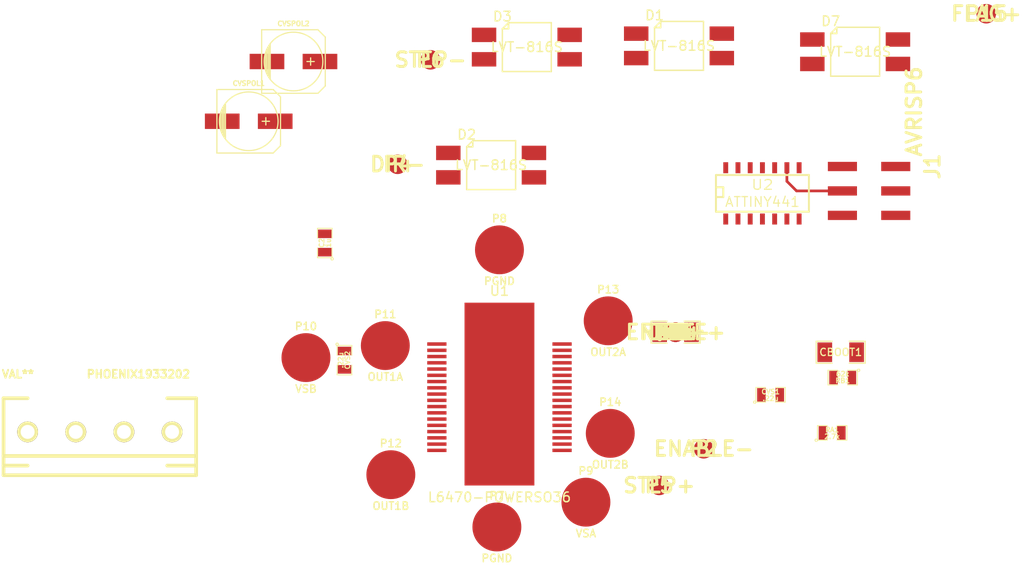
<source format=kicad_pcb>
(kicad_pcb (version 3) (host pcbnew "(2013-jul-07)-stable")

  (general
    (links 85)
    (no_connects 79)
    (area 64.977342 15.5956 151.223133 74.2291)
    (thickness 1.6)
    (drawings 0)
    (tracks 3)
    (zones 0)
    (modules 42)
    (nets 36)
  )

  (page A3)
  (layers
    (15 F.Cu signal)
    (0 B.Cu signal)
    (16 B.Adhes user)
    (17 F.Adhes user)
    (18 B.Paste user)
    (19 F.Paste user)
    (20 B.SilkS user)
    (21 F.SilkS user)
    (22 B.Mask user)
    (23 F.Mask user)
    (24 Dwgs.User user)
    (25 Cmts.User user)
    (26 Eco1.User user)
    (27 Eco2.User user)
    (28 Edge.Cuts user)
  )

  (setup
    (last_trace_width 0.2794)
    (trace_clearance 0.2794)
    (zone_clearance 0.508)
    (zone_45_only no)
    (trace_min 0.254)
    (segment_width 0.2)
    (edge_width 0.1)
    (via_size 0.889)
    (via_drill 0.635)
    (via_min_size 0.889)
    (via_min_drill 0.508)
    (uvia_size 0.508)
    (uvia_drill 0.127)
    (uvias_allowed no)
    (uvia_min_size 0.508)
    (uvia_min_drill 0.127)
    (pcb_text_width 0.3)
    (pcb_text_size 1.5 1.5)
    (mod_edge_width 0.15)
    (mod_text_size 1 1)
    (mod_text_width 0.15)
    (pad_size 2.159 2.159)
    (pad_drill 1.4478)
    (pad_to_mask_clearance 0)
    (aux_axis_origin 0 0)
    (visible_elements FFFFFFBF)
    (pcbplotparams
      (layerselection 3178497)
      (usegerberextensions true)
      (excludeedgelayer true)
      (linewidth 0.150000)
      (plotframeref false)
      (viasonmask false)
      (mode 1)
      (useauxorigin false)
      (hpglpennumber 1)
      (hpglpenspeed 20)
      (hpglpendiameter 15)
      (hpglpenoverlay 2)
      (psnegative false)
      (psa4output false)
      (plotreference true)
      (plotvalue true)
      (plotothertext true)
      (plotinvisibletext false)
      (padsonsilk false)
      (subtractmaskfromsilk false)
      (outputformat 1)
      (mirror false)
      (drillshape 1)
      (scaleselection 1)
      (outputdirectory ""))
  )

  (net 0 "")
  (net 1 +5V)
  (net 2 ADC)
  (net 3 CK)
  (net 4 CS)
  (net 5 DIRIN)
  (net 6 FLAG)
  (net 7 N-0000010)
  (net 8 N-0000011)
  (net 9 N-0000012)
  (net 10 N-0000014)
  (net 11 N-0000015)
  (net 12 N-0000017)
  (net 13 N-0000020)
  (net 14 N-0000022)
  (net 15 N-0000023)
  (net 16 N-0000024)
  (net 17 N-0000029)
  (net 18 N-000003)
  (net 19 N-0000030)
  (net 20 N-0000031)
  (net 21 N-0000033)
  (net 22 N-0000035)
  (net 23 N-0000036)
  (net 24 N-0000037)
  (net 25 N-000008)
  (net 26 N-000009)
  (net 27 PGND)
  (net 28 RST)
  (net 29 SDI)
  (net 30 SDO)
  (net 31 STEP)
  (net 32 STEPIN)
  (net 33 SW)
  (net 34 VDD)
  (net 35 VSA)

  (net_class Default "This is the default net class."
    (clearance 0.2794)
    (trace_width 0.2794)
    (via_dia 0.889)
    (via_drill 0.635)
    (uvia_dia 0.508)
    (uvia_drill 0.127)
    (add_net "")
    (add_net +5V)
    (add_net ADC)
    (add_net CK)
    (add_net CS)
    (add_net DIRIN)
    (add_net FLAG)
    (add_net N-0000010)
    (add_net N-0000011)
    (add_net N-0000012)
    (add_net N-0000014)
    (add_net N-0000015)
    (add_net N-0000017)
    (add_net N-0000020)
    (add_net N-0000022)
    (add_net N-0000023)
    (add_net N-0000024)
    (add_net N-0000029)
    (add_net N-000003)
    (add_net N-0000030)
    (add_net N-0000031)
    (add_net N-0000033)
    (add_net N-0000035)
    (add_net N-0000036)
    (add_net N-0000037)
    (add_net N-000008)
    (add_net N-000009)
    (add_net PGND)
    (add_net RST)
    (add_net SDI)
    (add_net SDO)
    (add_net STEP)
    (add_net STEPIN)
    (add_net SW)
    (add_net VDD)
    (add_net VSA)
  )

  (module SM1206 (layer F.Cu) (tedit 42806E24) (tstamp 55F1BF6B)
    (at 114.3 49.9872)
    (path /55F1250E)
    (attr smd)
    (fp_text reference CFLY1 (at 0 0) (layer F.SilkS)
      (effects (font (size 0.762 0.762) (thickness 0.127)))
    )
    (fp_text value 10n (at 0 0) (layer F.SilkS) hide
      (effects (font (size 0.762 0.762) (thickness 0.127)))
    )
    (fp_line (start -2.54 -1.143) (end -2.54 1.143) (layer F.SilkS) (width 0.127))
    (fp_line (start -2.54 1.143) (end -0.889 1.143) (layer F.SilkS) (width 0.127))
    (fp_line (start 0.889 -1.143) (end 2.54 -1.143) (layer F.SilkS) (width 0.127))
    (fp_line (start 2.54 -1.143) (end 2.54 1.143) (layer F.SilkS) (width 0.127))
    (fp_line (start 2.54 1.143) (end 0.889 1.143) (layer F.SilkS) (width 0.127))
    (fp_line (start -0.889 -1.143) (end -2.54 -1.143) (layer F.SilkS) (width 0.127))
    (pad 1 smd rect (at -1.651 0) (size 1.524 2.032)
      (layers F.Cu F.Paste F.Mask)
      (net 25 N-000008)
    )
    (pad 2 smd rect (at 1.651 0) (size 1.524 2.032)
      (layers F.Cu F.Paste F.Mask)
      (net 26 N-000009)
    )
    (model smd/chip_cms.wrl
      (at (xyz 0 0 0))
      (scale (xyz 0.17 0.16 0.16))
      (rotate (xyz 0 0 0))
    )
  )

  (module SM1206 (layer F.Cu) (tedit 42806E24) (tstamp 55F1BF77)
    (at 131.445 52.07)
    (path /55F12568)
    (attr smd)
    (fp_text reference CBOOT1 (at 0 0) (layer F.SilkS)
      (effects (font (size 0.762 0.762) (thickness 0.127)))
    )
    (fp_text value .22u (at 0 0) (layer F.SilkS) hide
      (effects (font (size 0.762 0.762) (thickness 0.127)))
    )
    (fp_line (start -2.54 -1.143) (end -2.54 1.143) (layer F.SilkS) (width 0.127))
    (fp_line (start -2.54 1.143) (end -0.889 1.143) (layer F.SilkS) (width 0.127))
    (fp_line (start 0.889 -1.143) (end 2.54 -1.143) (layer F.SilkS) (width 0.127))
    (fp_line (start 2.54 -1.143) (end 2.54 1.143) (layer F.SilkS) (width 0.127))
    (fp_line (start 2.54 1.143) (end 0.889 1.143) (layer F.SilkS) (width 0.127))
    (fp_line (start -0.889 -1.143) (end -2.54 -1.143) (layer F.SilkS) (width 0.127))
    (pad 1 smd rect (at -1.651 0) (size 1.524 2.032)
      (layers F.Cu F.Paste F.Mask)
      (net 35 VSA)
    )
    (pad 2 smd rect (at 1.651 0) (size 1.524 2.032)
      (layers F.Cu F.Paste F.Mask)
      (net 18 N-000003)
    )
    (model smd/chip_cms.wrl
      (at (xyz 0 0 0))
      (scale (xyz 0.17 0.16 0.16))
      (rotate (xyz 0 0 0))
    )
  )

  (module SM0805 (layer F.Cu) (tedit 5091495C) (tstamp 55F1BF84)
    (at 114.3 49.9872)
    (path /55F1BBF7)
    (attr smd)
    (fp_text reference D6 (at 0 -0.3175) (layer F.SilkS)
      (effects (font (size 0.50038 0.50038) (thickness 0.10922)))
    )
    (fp_text value RED (at 0 0.381) (layer F.SilkS)
      (effects (font (size 0.50038 0.50038) (thickness 0.10922)))
    )
    (fp_circle (center -1.651 0.762) (end -1.651 0.635) (layer F.SilkS) (width 0.09906))
    (fp_line (start -0.508 0.762) (end -1.524 0.762) (layer F.SilkS) (width 0.09906))
    (fp_line (start -1.524 0.762) (end -1.524 -0.762) (layer F.SilkS) (width 0.09906))
    (fp_line (start -1.524 -0.762) (end -0.508 -0.762) (layer F.SilkS) (width 0.09906))
    (fp_line (start 0.508 -0.762) (end 1.524 -0.762) (layer F.SilkS) (width 0.09906))
    (fp_line (start 1.524 -0.762) (end 1.524 0.762) (layer F.SilkS) (width 0.09906))
    (fp_line (start 1.524 0.762) (end 0.508 0.762) (layer F.SilkS) (width 0.09906))
    (pad 1 smd rect (at -0.9525 0) (size 0.889 1.397)
      (layers F.Cu F.Paste F.Mask)
      (net 1 +5V)
    )
    (pad 2 smd rect (at 0.9525 0) (size 0.889 1.397)
      (layers F.Cu F.Paste F.Mask)
      (net 34 VDD)
    )
    (model smd/chip_cms.wrl
      (at (xyz 0 0 0))
      (scale (xyz 0.1 0.1 0.1))
      (rotate (xyz 0 0 0))
    )
  )

  (module SM0805 (layer F.Cu) (tedit 5091495C) (tstamp 55F1BF91)
    (at 114.3 49.9872)
    (path /55F1278F)
    (attr smd)
    (fp_text reference D5 (at 0 -0.3175) (layer F.SilkS)
      (effects (font (size 0.50038 0.50038) (thickness 0.10922)))
    )
    (fp_text value DIODESCH (at 0 0.381) (layer F.SilkS)
      (effects (font (size 0.50038 0.50038) (thickness 0.10922)))
    )
    (fp_circle (center -1.651 0.762) (end -1.651 0.635) (layer F.SilkS) (width 0.09906))
    (fp_line (start -0.508 0.762) (end -1.524 0.762) (layer F.SilkS) (width 0.09906))
    (fp_line (start -1.524 0.762) (end -1.524 -0.762) (layer F.SilkS) (width 0.09906))
    (fp_line (start -1.524 -0.762) (end -0.508 -0.762) (layer F.SilkS) (width 0.09906))
    (fp_line (start 0.508 -0.762) (end 1.524 -0.762) (layer F.SilkS) (width 0.09906))
    (fp_line (start 1.524 -0.762) (end 1.524 0.762) (layer F.SilkS) (width 0.09906))
    (fp_line (start 1.524 0.762) (end 0.508 0.762) (layer F.SilkS) (width 0.09906))
    (pad 1 smd rect (at -0.9525 0) (size 0.889 1.397)
      (layers F.Cu F.Paste F.Mask)
      (net 25 N-000008)
    )
    (pad 2 smd rect (at 0.9525 0) (size 0.889 1.397)
      (layers F.Cu F.Paste F.Mask)
      (net 18 N-000003)
    )
    (model smd/chip_cms.wrl
      (at (xyz 0 0 0))
      (scale (xyz 0.1 0.1 0.1))
      (rotate (xyz 0 0 0))
    )
  )

  (module SM0805 (layer F.Cu) (tedit 5091495C) (tstamp 55F1BF9E)
    (at 114.3 49.9872)
    (path /55F12287)
    (attr smd)
    (fp_text reference C1 (at 0 -0.3175) (layer F.SilkS)
      (effects (font (size 0.50038 0.50038) (thickness 0.10922)))
    )
    (fp_text value .1u (at 0 0.381) (layer F.SilkS)
      (effects (font (size 0.50038 0.50038) (thickness 0.10922)))
    )
    (fp_circle (center -1.651 0.762) (end -1.651 0.635) (layer F.SilkS) (width 0.09906))
    (fp_line (start -0.508 0.762) (end -1.524 0.762) (layer F.SilkS) (width 0.09906))
    (fp_line (start -1.524 0.762) (end -1.524 -0.762) (layer F.SilkS) (width 0.09906))
    (fp_line (start -1.524 -0.762) (end -0.508 -0.762) (layer F.SilkS) (width 0.09906))
    (fp_line (start 0.508 -0.762) (end 1.524 -0.762) (layer F.SilkS) (width 0.09906))
    (fp_line (start 1.524 -0.762) (end 1.524 0.762) (layer F.SilkS) (width 0.09906))
    (fp_line (start 1.524 0.762) (end 0.508 0.762) (layer F.SilkS) (width 0.09906))
    (pad 1 smd rect (at -0.9525 0) (size 0.889 1.397)
      (layers F.Cu F.Paste F.Mask)
      (net 34 VDD)
    )
    (pad 2 smd rect (at 0.9525 0) (size 0.889 1.397)
      (layers F.Cu F.Paste F.Mask)
      (net 27 PGND)
    )
    (model smd/chip_cms.wrl
      (at (xyz 0 0 0))
      (scale (xyz 0.1 0.1 0.1))
      (rotate (xyz 0 0 0))
    )
  )

  (module SM0805 (layer F.Cu) (tedit 5091495C) (tstamp 55F1BFAB)
    (at 77.8764 40.7162 90)
    (path /55F122A0)
    (attr smd)
    (fp_text reference C2 (at 0 -0.3175 90) (layer F.SilkS)
      (effects (font (size 0.50038 0.50038) (thickness 0.10922)))
    )
    (fp_text value 1u (at 0 0.381 90) (layer F.SilkS)
      (effects (font (size 0.50038 0.50038) (thickness 0.10922)))
    )
    (fp_circle (center -1.651 0.762) (end -1.651 0.635) (layer F.SilkS) (width 0.09906))
    (fp_line (start -0.508 0.762) (end -1.524 0.762) (layer F.SilkS) (width 0.09906))
    (fp_line (start -1.524 0.762) (end -1.524 -0.762) (layer F.SilkS) (width 0.09906))
    (fp_line (start -1.524 -0.762) (end -0.508 -0.762) (layer F.SilkS) (width 0.09906))
    (fp_line (start 0.508 -0.762) (end 1.524 -0.762) (layer F.SilkS) (width 0.09906))
    (fp_line (start 1.524 -0.762) (end 1.524 0.762) (layer F.SilkS) (width 0.09906))
    (fp_line (start 1.524 0.762) (end 0.508 0.762) (layer F.SilkS) (width 0.09906))
    (pad 1 smd rect (at -0.9525 0 90) (size 0.889 1.397)
      (layers F.Cu F.Paste F.Mask)
      (net 34 VDD)
    )
    (pad 2 smd rect (at 0.9525 0 90) (size 0.889 1.397)
      (layers F.Cu F.Paste F.Mask)
      (net 27 PGND)
    )
    (model smd/chip_cms.wrl
      (at (xyz 0 0 0))
      (scale (xyz 0.1 0.1 0.1))
      (rotate (xyz 0 0 0))
    )
  )

  (module SM0805 (layer F.Cu) (tedit 5091495C) (tstamp 55F1BFB8)
    (at 114.3 49.9872)
    (path /55F122A6)
    (attr smd)
    (fp_text reference C3 (at 0 -0.3175) (layer F.SilkS)
      (effects (font (size 0.50038 0.50038) (thickness 0.10922)))
    )
    (fp_text value 10u (at 0 0.381) (layer F.SilkS)
      (effects (font (size 0.50038 0.50038) (thickness 0.10922)))
    )
    (fp_circle (center -1.651 0.762) (end -1.651 0.635) (layer F.SilkS) (width 0.09906))
    (fp_line (start -0.508 0.762) (end -1.524 0.762) (layer F.SilkS) (width 0.09906))
    (fp_line (start -1.524 0.762) (end -1.524 -0.762) (layer F.SilkS) (width 0.09906))
    (fp_line (start -1.524 -0.762) (end -0.508 -0.762) (layer F.SilkS) (width 0.09906))
    (fp_line (start 0.508 -0.762) (end 1.524 -0.762) (layer F.SilkS) (width 0.09906))
    (fp_line (start 1.524 -0.762) (end 1.524 0.762) (layer F.SilkS) (width 0.09906))
    (fp_line (start 1.524 0.762) (end 0.508 0.762) (layer F.SilkS) (width 0.09906))
    (pad 1 smd rect (at -0.9525 0) (size 0.889 1.397)
      (layers F.Cu F.Paste F.Mask)
      (net 34 VDD)
    )
    (pad 2 smd rect (at 0.9525 0) (size 0.889 1.397)
      (layers F.Cu F.Paste F.Mask)
      (net 27 PGND)
    )
    (model smd/chip_cms.wrl
      (at (xyz 0 0 0))
      (scale (xyz 0.1 0.1 0.1))
      (rotate (xyz 0 0 0))
    )
  )

  (module SM0805 (layer F.Cu) (tedit 5091495C) (tstamp 55F1BFC5)
    (at 114.3 49.9872)
    (path /55F12693)
    (attr smd)
    (fp_text reference D4 (at 0 -0.3175) (layer F.SilkS)
      (effects (font (size 0.50038 0.50038) (thickness 0.10922)))
    )
    (fp_text value DIODESCH (at 0 0.381) (layer F.SilkS)
      (effects (font (size 0.50038 0.50038) (thickness 0.10922)))
    )
    (fp_circle (center -1.651 0.762) (end -1.651 0.635) (layer F.SilkS) (width 0.09906))
    (fp_line (start -0.508 0.762) (end -1.524 0.762) (layer F.SilkS) (width 0.09906))
    (fp_line (start -1.524 0.762) (end -1.524 -0.762) (layer F.SilkS) (width 0.09906))
    (fp_line (start -1.524 -0.762) (end -0.508 -0.762) (layer F.SilkS) (width 0.09906))
    (fp_line (start 0.508 -0.762) (end 1.524 -0.762) (layer F.SilkS) (width 0.09906))
    (fp_line (start 1.524 -0.762) (end 1.524 0.762) (layer F.SilkS) (width 0.09906))
    (fp_line (start 1.524 0.762) (end 0.508 0.762) (layer F.SilkS) (width 0.09906))
    (pad 1 smd rect (at -0.9525 0) (size 0.889 1.397)
      (layers F.Cu F.Paste F.Mask)
      (net 35 VSA)
    )
    (pad 2 smd rect (at 0.9525 0) (size 0.889 1.397)
      (layers F.Cu F.Paste F.Mask)
      (net 25 N-000008)
    )
    (model smd/chip_cms.wrl
      (at (xyz 0 0 0))
      (scale (xyz 0.1 0.1 0.1))
      (rotate (xyz 0 0 0))
    )
  )

  (module 4-SMD (layer F.Cu) (tedit 53A13168) (tstamp 55F1BFD6)
    (at 98.8568 20.3581)
    (path /55F1CD4D)
    (fp_text reference D3 (at -2.54 -3.175) (layer F.SilkS)
      (effects (font (size 1 1) (thickness 0.15)))
    )
    (fp_text value LVT-816S (at 0 0) (layer F.SilkS)
      (effects (font (size 1 1) (thickness 0.15)))
    )
    (fp_line (start -1.905 -1.905) (end -1.905 -2.54) (layer F.SilkS) (width 0.15))
    (fp_line (start -1.905 -2.54) (end -1.905 -1.905) (layer F.SilkS) (width 0.15))
    (fp_line (start -1.905 -1.905) (end -2.54 -1.905) (layer F.SilkS) (width 0.15))
    (fp_line (start -2.54 -1.905) (end -1.905 -1.905) (layer F.SilkS) (width 0.15))
    (fp_line (start -2.54 -1.905) (end -1.905 -2.54) (layer F.SilkS) (width 0.15))
    (fp_line (start -1.905 -2.54) (end 2.54 -2.54) (layer F.SilkS) (width 0.15))
    (fp_line (start 2.54 -2.54) (end 2.54 2.54) (layer F.SilkS) (width 0.15))
    (fp_line (start 2.54 2.54) (end -2.54 2.54) (layer F.SilkS) (width 0.15))
    (fp_line (start -2.54 2.54) (end -2.54 -1.905) (layer F.SilkS) (width 0.15))
    (pad 1 smd rect (at -4.445 -1.27) (size 2.54 1.5)
      (layers F.Cu F.Paste F.Mask)
      (net 9 N-0000012)
    )
    (pad 2 smd rect (at -4.445 1.27) (size 2.54 1.5)
      (layers F.Cu F.Paste F.Mask)
      (net 8 N-0000011)
    )
    (pad 3 smd rect (at 4.445 1.27) (size 2.54 1.5)
      (layers F.Cu F.Paste F.Mask)
      (net 27 PGND)
    )
    (pad 4 smd rect (at 4.445 -1.27) (size 2.54 1.5)
      (layers F.Cu F.Paste F.Mask)
      (net 32 STEPIN)
    )
  )

  (module 4-SMD (layer F.Cu) (tedit 53A13168) (tstamp 55F1BFE7)
    (at 114.6556 20.2311)
    (path /55F1CD28)
    (fp_text reference D1 (at -2.54 -3.175) (layer F.SilkS)
      (effects (font (size 1 1) (thickness 0.15)))
    )
    (fp_text value LVT-816S (at 0 0) (layer F.SilkS)
      (effects (font (size 1 1) (thickness 0.15)))
    )
    (fp_line (start -1.905 -1.905) (end -1.905 -2.54) (layer F.SilkS) (width 0.15))
    (fp_line (start -1.905 -2.54) (end -1.905 -1.905) (layer F.SilkS) (width 0.15))
    (fp_line (start -1.905 -1.905) (end -2.54 -1.905) (layer F.SilkS) (width 0.15))
    (fp_line (start -2.54 -1.905) (end -1.905 -1.905) (layer F.SilkS) (width 0.15))
    (fp_line (start -2.54 -1.905) (end -1.905 -2.54) (layer F.SilkS) (width 0.15))
    (fp_line (start -1.905 -2.54) (end 2.54 -2.54) (layer F.SilkS) (width 0.15))
    (fp_line (start 2.54 -2.54) (end 2.54 2.54) (layer F.SilkS) (width 0.15))
    (fp_line (start 2.54 2.54) (end -2.54 2.54) (layer F.SilkS) (width 0.15))
    (fp_line (start -2.54 2.54) (end -2.54 -1.905) (layer F.SilkS) (width 0.15))
    (pad 1 smd rect (at -4.445 -1.27) (size 2.54 1.5)
      (layers F.Cu F.Paste F.Mask)
      (net 11 N-0000015)
    )
    (pad 2 smd rect (at -4.445 1.27) (size 2.54 1.5)
      (layers F.Cu F.Paste F.Mask)
      (net 10 N-0000014)
    )
    (pad 3 smd rect (at 4.445 1.27) (size 2.54 1.5)
      (layers F.Cu F.Paste F.Mask)
      (net 27 PGND)
    )
    (pad 4 smd rect (at 4.445 -1.27) (size 2.54 1.5)
      (layers F.Cu F.Paste F.Mask)
      (net 33 SW)
    )
  )

  (module 4-SMD (layer F.Cu) (tedit 53A13168) (tstamp 55F1BFF8)
    (at 132.9436 20.8407)
    (path /55F1CAA4)
    (fp_text reference D7 (at -2.54 -3.175) (layer F.SilkS)
      (effects (font (size 1 1) (thickness 0.15)))
    )
    (fp_text value LVT-816S (at 0 0) (layer F.SilkS)
      (effects (font (size 1 1) (thickness 0.15)))
    )
    (fp_line (start -1.905 -1.905) (end -1.905 -2.54) (layer F.SilkS) (width 0.15))
    (fp_line (start -1.905 -2.54) (end -1.905 -1.905) (layer F.SilkS) (width 0.15))
    (fp_line (start -1.905 -1.905) (end -2.54 -1.905) (layer F.SilkS) (width 0.15))
    (fp_line (start -2.54 -1.905) (end -1.905 -1.905) (layer F.SilkS) (width 0.15))
    (fp_line (start -2.54 -1.905) (end -1.905 -2.54) (layer F.SilkS) (width 0.15))
    (fp_line (start -1.905 -2.54) (end 2.54 -2.54) (layer F.SilkS) (width 0.15))
    (fp_line (start 2.54 -2.54) (end 2.54 2.54) (layer F.SilkS) (width 0.15))
    (fp_line (start 2.54 2.54) (end -2.54 2.54) (layer F.SilkS) (width 0.15))
    (fp_line (start -2.54 2.54) (end -2.54 -1.905) (layer F.SilkS) (width 0.15))
    (pad 1 smd rect (at -4.445 -1.27) (size 2.54 1.5)
      (layers F.Cu F.Paste F.Mask)
      (net 14 N-0000022)
    )
    (pad 2 smd rect (at -4.445 1.27) (size 2.54 1.5)
      (layers F.Cu F.Paste F.Mask)
      (net 27 PGND)
    )
    (pad 3 smd rect (at 4.445 1.27) (size 2.54 1.5)
      (layers F.Cu F.Paste F.Mask)
      (net 20 N-0000031)
    )
    (pad 4 smd rect (at 4.445 -1.27) (size 2.54 1.5)
      (layers F.Cu F.Paste F.Mask)
      (net 19 N-0000030)
    )
  )

  (module 4-SMD (layer F.Cu) (tedit 53A13168) (tstamp 55F1C009)
    (at 95.1484 32.6263)
    (path /55F1C9F5)
    (fp_text reference D2 (at -2.54 -3.175) (layer F.SilkS)
      (effects (font (size 1 1) (thickness 0.15)))
    )
    (fp_text value LVT-816S (at 0 0) (layer F.SilkS)
      (effects (font (size 1 1) (thickness 0.15)))
    )
    (fp_line (start -1.905 -1.905) (end -1.905 -2.54) (layer F.SilkS) (width 0.15))
    (fp_line (start -1.905 -2.54) (end -1.905 -1.905) (layer F.SilkS) (width 0.15))
    (fp_line (start -1.905 -1.905) (end -2.54 -1.905) (layer F.SilkS) (width 0.15))
    (fp_line (start -2.54 -1.905) (end -1.905 -1.905) (layer F.SilkS) (width 0.15))
    (fp_line (start -2.54 -1.905) (end -1.905 -2.54) (layer F.SilkS) (width 0.15))
    (fp_line (start -1.905 -2.54) (end 2.54 -2.54) (layer F.SilkS) (width 0.15))
    (fp_line (start 2.54 -2.54) (end 2.54 2.54) (layer F.SilkS) (width 0.15))
    (fp_line (start 2.54 2.54) (end -2.54 2.54) (layer F.SilkS) (width 0.15))
    (fp_line (start -2.54 2.54) (end -2.54 -1.905) (layer F.SilkS) (width 0.15))
    (pad 1 smd rect (at -4.445 -1.27) (size 2.54 1.5)
      (layers F.Cu F.Paste F.Mask)
      (net 15 N-0000023)
    )
    (pad 2 smd rect (at -4.445 1.27) (size 2.54 1.5)
      (layers F.Cu F.Paste F.Mask)
      (net 13 N-0000020)
    )
    (pad 3 smd rect (at 4.445 1.27) (size 2.54 1.5)
      (layers F.Cu F.Paste F.Mask)
      (net 27 PGND)
    )
    (pad 4 smd rect (at 4.445 -1.27) (size 2.54 1.5)
      (layers F.Cu F.Paste F.Mask)
      (net 5 DIRIN)
    )
  )

  (module .2SMTPIN (layer F.Cu) (tedit 5318FD27) (tstamp 55F1C00E)
    (at 107.5182 60.5028)
    (path /55F11780)
    (fp_text reference P14 (at 0 -3.25) (layer F.SilkS)
      (effects (font (size 0.7874 0.7874) (thickness 0.15)))
    )
    (fp_text value OUT2B (at 0 3.25) (layer F.SilkS)
      (effects (font (size 0.7874 0.7874) (thickness 0.15)))
    )
    (pad 1 smd circle (at 0 0) (size 5.08 5.08)
      (layers F.Cu F.Paste F.Mask)
      (net 21 N-0000033)
    )
  )

  (module .2SMTPIN (layer F.Cu) (tedit 5318FD27) (tstamp 55F1C013)
    (at 84.16036 51.37912)
    (path /55F11749)
    (fp_text reference P11 (at 0 -3.25) (layer F.SilkS)
      (effects (font (size 0.7874 0.7874) (thickness 0.15)))
    )
    (fp_text value OUT1A (at 0 3.25) (layer F.SilkS)
      (effects (font (size 0.7874 0.7874) (thickness 0.15)))
    )
    (pad 1 smd circle (at 0 0) (size 5.08 5.08)
      (layers F.Cu F.Paste F.Mask)
      (net 22 N-0000035)
    )
  )

  (module .2SMTPIN (layer F.Cu) (tedit 5318FD27) (tstamp 55F1C022)
    (at 107.3023 48.8061)
    (path /55F11763)
    (fp_text reference P13 (at 0 -3.25) (layer F.SilkS)
      (effects (font (size 0.7874 0.7874) (thickness 0.15)))
    )
    (fp_text value OUT2A (at 0 3.25) (layer F.SilkS)
      (effects (font (size 0.7874 0.7874) (thickness 0.15)))
    )
    (pad 1 smd circle (at 0 0) (size 5.08 5.08)
      (layers F.Cu F.Paste F.Mask)
      (net 24 N-0000037)
    )
  )

  (module .2SMTPIN (layer F.Cu) (tedit 5318FD27) (tstamp 55F1C03B)
    (at 84.7344 64.7954)
    (path /55F11777)
    (fp_text reference P12 (at 0 -3.25) (layer F.SilkS)
      (effects (font (size 0.7874 0.7874) (thickness 0.15)))
    )
    (fp_text value OUT1B (at 0 3.25) (layer F.SilkS)
      (effects (font (size 0.7874 0.7874) (thickness 0.15)))
    )
    (pad 1 smd circle (at 0 0) (size 5.08 5.08)
      (layers F.Cu F.Paste F.Mask)
      (net 23 N-0000036)
    )
  )

  (module .2SMTPIN (layer F.Cu) (tedit 5318FD27) (tstamp 55F1C040)
    (at 75.9206 52.6288)
    (path /55F1202E)
    (fp_text reference P10 (at 0 -3.25) (layer F.SilkS)
      (effects (font (size 0.7874 0.7874) (thickness 0.15)))
    )
    (fp_text value VSB (at 0 3.25) (layer F.SilkS)
      (effects (font (size 0.7874 0.7874) (thickness 0.15)))
    )
    (pad 1 smd circle (at 0 0) (size 5.08 5.08)
      (layers F.Cu F.Paste F.Mask)
      (net 35 VSA)
    )
  )

  (module .2SMTPIN (layer F.Cu) (tedit 5318FD27) (tstamp 55F1C04F)
    (at 95.7453 70.231)
    (path /55F11FF8)
    (fp_text reference P7 (at 0 -3.25) (layer F.SilkS)
      (effects (font (size 0.7874 0.7874) (thickness 0.15)))
    )
    (fp_text value PGND (at 0 3.25) (layer F.SilkS)
      (effects (font (size 0.7874 0.7874) (thickness 0.15)))
    )
    (pad 1 smd circle (at 0 0) (size 5.08 5.08)
      (layers F.Cu F.Paste F.Mask)
      (net 27 PGND)
    )
  )

  (module .2SMTPIN (layer F.Cu) (tedit 5318FD27) (tstamp 55F1C054)
    (at 96.012 41.4274)
    (path /55F1200A)
    (fp_text reference P8 (at 0 -3.25) (layer F.SilkS)
      (effects (font (size 0.7874 0.7874) (thickness 0.15)))
    )
    (fp_text value PGND (at 0 3.25) (layer F.SilkS)
      (effects (font (size 0.7874 0.7874) (thickness 0.15)))
    )
    (pad 1 smd circle (at 0 0) (size 5.08 5.08)
      (layers F.Cu F.Paste F.Mask)
      (net 27 PGND)
    )
  )

  (module .2SMTPIN (layer F.Cu) (tedit 5318FD27) (tstamp 55F1C059)
    (at 104.9909 67.6529)
    (path /55F1201C)
    (fp_text reference P9 (at 0 -3.25) (layer F.SilkS)
      (effects (font (size 0.7874 0.7874) (thickness 0.15)))
    )
    (fp_text value VSA (at 0 3.25) (layer F.SilkS)
      (effects (font (size 0.7874 0.7874) (thickness 0.15)))
    )
    (pad 1 smd circle (at 0 0) (size 5.08 5.08)
      (layers F.Cu F.Paste F.Mask)
      (net 35 VSA)
    )
  )

  (module SM0805 (layer F.Cu) (tedit 5091495C) (tstamp 55F1C066)
    (at 114.3 49.9872)
    (path /55F1C076)
    (attr smd)
    (fp_text reference R2 (at 0 -0.3175) (layer F.SilkS)
      (effects (font (size 0.50038 0.50038) (thickness 0.10922)))
    )
    (fp_text value 560 (at 0 0.381) (layer F.SilkS)
      (effects (font (size 0.50038 0.50038) (thickness 0.10922)))
    )
    (fp_circle (center -1.651 0.762) (end -1.651 0.635) (layer F.SilkS) (width 0.09906))
    (fp_line (start -0.508 0.762) (end -1.524 0.762) (layer F.SilkS) (width 0.09906))
    (fp_line (start -1.524 0.762) (end -1.524 -0.762) (layer F.SilkS) (width 0.09906))
    (fp_line (start -1.524 -0.762) (end -0.508 -0.762) (layer F.SilkS) (width 0.09906))
    (fp_line (start 0.508 -0.762) (end 1.524 -0.762) (layer F.SilkS) (width 0.09906))
    (fp_line (start 1.524 -0.762) (end 1.524 0.762) (layer F.SilkS) (width 0.09906))
    (fp_line (start 1.524 0.762) (end 0.508 0.762) (layer F.SilkS) (width 0.09906))
    (pad 1 smd rect (at -0.9525 0) (size 0.889 1.397)
      (layers F.Cu F.Paste F.Mask)
      (net 16 N-0000024)
    )
    (pad 2 smd rect (at 0.9525 0) (size 0.889 1.397)
      (layers F.Cu F.Paste F.Mask)
      (net 15 N-0000023)
    )
    (model smd/chip_cms.wrl
      (at (xyz 0 0 0))
      (scale (xyz 0.1 0.1 0.1))
      (rotate (xyz 0 0 0))
    )
  )

  (module SM0805 (layer F.Cu) (tedit 5091495C) (tstamp 55F1C073)
    (at 114.3 49.9872)
    (path /55F1C1BC)
    (attr smd)
    (fp_text reference R4 (at 0 -0.3175) (layer F.SilkS)
      (effects (font (size 0.50038 0.50038) (thickness 0.10922)))
    )
    (fp_text value 560 (at 0 0.381) (layer F.SilkS)
      (effects (font (size 0.50038 0.50038) (thickness 0.10922)))
    )
    (fp_circle (center -1.651 0.762) (end -1.651 0.635) (layer F.SilkS) (width 0.09906))
    (fp_line (start -0.508 0.762) (end -1.524 0.762) (layer F.SilkS) (width 0.09906))
    (fp_line (start -1.524 0.762) (end -1.524 -0.762) (layer F.SilkS) (width 0.09906))
    (fp_line (start -1.524 -0.762) (end -0.508 -0.762) (layer F.SilkS) (width 0.09906))
    (fp_line (start 0.508 -0.762) (end 1.524 -0.762) (layer F.SilkS) (width 0.09906))
    (fp_line (start 1.524 -0.762) (end 1.524 0.762) (layer F.SilkS) (width 0.09906))
    (fp_line (start 1.524 0.762) (end 0.508 0.762) (layer F.SilkS) (width 0.09906))
    (pad 1 smd rect (at -0.9525 0) (size 0.889 1.397)
      (layers F.Cu F.Paste F.Mask)
      (net 6 FLAG)
    )
    (pad 2 smd rect (at 0.9525 0) (size 0.889 1.397)
      (layers F.Cu F.Paste F.Mask)
      (net 14 N-0000022)
    )
    (model smd/chip_cms.wrl
      (at (xyz 0 0 0))
      (scale (xyz 0.1 0.1 0.1))
      (rotate (xyz 0 0 0))
    )
  )

  (module SM0805 (layer F.Cu) (tedit 5091495C) (tstamp 55F1C080)
    (at 114.3 49.9872)
    (path /55F1CD18)
    (attr smd)
    (fp_text reference R1 (at 0 -0.3175) (layer F.SilkS)
      (effects (font (size 0.50038 0.50038) (thickness 0.10922)))
    )
    (fp_text value 560 (at 0 0.381) (layer F.SilkS)
      (effects (font (size 0.50038 0.50038) (thickness 0.10922)))
    )
    (fp_circle (center -1.651 0.762) (end -1.651 0.635) (layer F.SilkS) (width 0.09906))
    (fp_line (start -0.508 0.762) (end -1.524 0.762) (layer F.SilkS) (width 0.09906))
    (fp_line (start -1.524 0.762) (end -1.524 -0.762) (layer F.SilkS) (width 0.09906))
    (fp_line (start -1.524 -0.762) (end -0.508 -0.762) (layer F.SilkS) (width 0.09906))
    (fp_line (start 0.508 -0.762) (end 1.524 -0.762) (layer F.SilkS) (width 0.09906))
    (fp_line (start 1.524 -0.762) (end 1.524 0.762) (layer F.SilkS) (width 0.09906))
    (fp_line (start 1.524 0.762) (end 0.508 0.762) (layer F.SilkS) (width 0.09906))
    (pad 1 smd rect (at -0.9525 0) (size 0.889 1.397)
      (layers F.Cu F.Paste F.Mask)
      (net 12 N-0000017)
    )
    (pad 2 smd rect (at 0.9525 0) (size 0.889 1.397)
      (layers F.Cu F.Paste F.Mask)
      (net 11 N-0000015)
    )
    (model smd/chip_cms.wrl
      (at (xyz 0 0 0))
      (scale (xyz 0.1 0.1 0.1))
      (rotate (xyz 0 0 0))
    )
  )

  (module SM0805 (layer F.Cu) (tedit 5091495C) (tstamp 55F1C08D)
    (at 114.3 49.9872)
    (path /55F1CD3D)
    (attr smd)
    (fp_text reference R3 (at 0 -0.3175) (layer F.SilkS)
      (effects (font (size 0.50038 0.50038) (thickness 0.10922)))
    )
    (fp_text value 560 (at 0 0.381) (layer F.SilkS)
      (effects (font (size 0.50038 0.50038) (thickness 0.10922)))
    )
    (fp_circle (center -1.651 0.762) (end -1.651 0.635) (layer F.SilkS) (width 0.09906))
    (fp_line (start -0.508 0.762) (end -1.524 0.762) (layer F.SilkS) (width 0.09906))
    (fp_line (start -1.524 0.762) (end -1.524 -0.762) (layer F.SilkS) (width 0.09906))
    (fp_line (start -1.524 -0.762) (end -0.508 -0.762) (layer F.SilkS) (width 0.09906))
    (fp_line (start 0.508 -0.762) (end 1.524 -0.762) (layer F.SilkS) (width 0.09906))
    (fp_line (start 1.524 -0.762) (end 1.524 0.762) (layer F.SilkS) (width 0.09906))
    (fp_line (start 1.524 0.762) (end 0.508 0.762) (layer F.SilkS) (width 0.09906))
    (pad 1 smd rect (at -0.9525 0) (size 0.889 1.397)
      (layers F.Cu F.Paste F.Mask)
      (net 7 N-0000010)
    )
    (pad 2 smd rect (at 0.9525 0) (size 0.889 1.397)
      (layers F.Cu F.Paste F.Mask)
      (net 9 N-0000012)
    )
    (model smd/chip_cms.wrl
      (at (xyz 0 0 0))
      (scale (xyz 0.1 0.1 0.1))
      (rotate (xyz 0 0 0))
    )
  )

  (module c_elec_6.3x5.7 (layer F.Cu) (tedit 49F5C08A) (tstamp 55F20634)
    (at 69.977 28.067)
    (descr "SMT capacitor, aluminium electrolytic, 6.3x5.7")
    (path /55F12872)
    (fp_text reference CVSPOL1 (at 0 -3.937) (layer F.SilkS)
      (effects (font (size 0.50038 0.50038) (thickness 0.11938)))
    )
    (fp_text value 100u (at 0 3.81) (layer F.SilkS) hide
      (effects (font (size 0.50038 0.50038) (thickness 0.11938)))
    )
    (fp_line (start -2.921 -0.762) (end -2.921 0.762) (layer F.SilkS) (width 0.127))
    (fp_line (start -2.794 1.143) (end -2.794 -1.143) (layer F.SilkS) (width 0.127))
    (fp_line (start -2.667 -1.397) (end -2.667 1.397) (layer F.SilkS) (width 0.127))
    (fp_line (start -2.54 1.651) (end -2.54 -1.651) (layer F.SilkS) (width 0.127))
    (fp_line (start -2.413 -1.778) (end -2.413 1.778) (layer F.SilkS) (width 0.127))
    (fp_circle (center 0 0) (end -3.048 0) (layer F.SilkS) (width 0.127))
    (fp_line (start -3.302 -3.302) (end -3.302 3.302) (layer F.SilkS) (width 0.127))
    (fp_line (start -3.302 3.302) (end 2.54 3.302) (layer F.SilkS) (width 0.127))
    (fp_line (start 2.54 3.302) (end 3.302 2.54) (layer F.SilkS) (width 0.127))
    (fp_line (start 3.302 2.54) (end 3.302 -2.54) (layer F.SilkS) (width 0.127))
    (fp_line (start 3.302 -2.54) (end 2.54 -3.302) (layer F.SilkS) (width 0.127))
    (fp_line (start 2.54 -3.302) (end -3.302 -3.302) (layer F.SilkS) (width 0.127))
    (fp_line (start 2.159 0) (end 1.397 0) (layer F.SilkS) (width 0.127))
    (fp_line (start 1.778 -0.381) (end 1.778 0.381) (layer F.SilkS) (width 0.127))
    (pad 1 smd rect (at 2.75082 0) (size 3.59918 1.6002)
      (layers F.Cu F.Paste F.Mask)
      (net 35 VSA)
    )
    (pad 2 smd rect (at -2.75082 0) (size 3.59918 1.6002)
      (layers F.Cu F.Paste F.Mask)
      (net 27 PGND)
    )
    (model smd/capacitors/c_elec_6_3x5_7.wrl
      (at (xyz 0 0 0))
      (scale (xyz 1 1 1))
      (rotate (xyz 0 0 0))
    )
  )

  (module c_elec_6.3x5.7 (layer F.Cu) (tedit 49F5C08A) (tstamp 55F20648)
    (at 74.6252 21.8567)
    (descr "SMT capacitor, aluminium electrolytic, 6.3x5.7")
    (path /55F1D683)
    (fp_text reference CVSPOL2 (at 0 -3.937) (layer F.SilkS)
      (effects (font (size 0.50038 0.50038) (thickness 0.11938)))
    )
    (fp_text value 100u (at 0 3.81) (layer F.SilkS) hide
      (effects (font (size 0.50038 0.50038) (thickness 0.11938)))
    )
    (fp_line (start -2.921 -0.762) (end -2.921 0.762) (layer F.SilkS) (width 0.127))
    (fp_line (start -2.794 1.143) (end -2.794 -1.143) (layer F.SilkS) (width 0.127))
    (fp_line (start -2.667 -1.397) (end -2.667 1.397) (layer F.SilkS) (width 0.127))
    (fp_line (start -2.54 1.651) (end -2.54 -1.651) (layer F.SilkS) (width 0.127))
    (fp_line (start -2.413 -1.778) (end -2.413 1.778) (layer F.SilkS) (width 0.127))
    (fp_circle (center 0 0) (end -3.048 0) (layer F.SilkS) (width 0.127))
    (fp_line (start -3.302 -3.302) (end -3.302 3.302) (layer F.SilkS) (width 0.127))
    (fp_line (start -3.302 3.302) (end 2.54 3.302) (layer F.SilkS) (width 0.127))
    (fp_line (start 2.54 3.302) (end 3.302 2.54) (layer F.SilkS) (width 0.127))
    (fp_line (start 3.302 2.54) (end 3.302 -2.54) (layer F.SilkS) (width 0.127))
    (fp_line (start 3.302 -2.54) (end 2.54 -3.302) (layer F.SilkS) (width 0.127))
    (fp_line (start 2.54 -3.302) (end -3.302 -3.302) (layer F.SilkS) (width 0.127))
    (fp_line (start 2.159 0) (end 1.397 0) (layer F.SilkS) (width 0.127))
    (fp_line (start 1.778 -0.381) (end 1.778 0.381) (layer F.SilkS) (width 0.127))
    (pad 1 smd rect (at 2.75082 0) (size 3.59918 1.6002)
      (layers F.Cu F.Paste F.Mask)
      (net 35 VSA)
    )
    (pad 2 smd rect (at -2.75082 0) (size 3.59918 1.6002)
      (layers F.Cu F.Paste F.Mask)
      (net 27 PGND)
    )
    (model smd/capacitors/c_elec_6_3x5_7.wrl
      (at (xyz 0 0 0))
      (scale (xyz 1 1 1))
      (rotate (xyz 0 0 0))
    )
  )

  (module SO14E (layer F.Cu) (tedit 42806FBF) (tstamp 55F2B855)
    (at 123.317 35.433)
    (descr "module CMS SOJ 14 pins etroit")
    (tags "CMS SOJ")
    (path /55F1B29F)
    (attr smd)
    (fp_text reference U2 (at 0 -0.762) (layer F.SilkS)
      (effects (font (size 1.016 1.143) (thickness 0.127)))
    )
    (fp_text value ATTINY441 (at 0 1.016) (layer F.SilkS)
      (effects (font (size 1.016 1.016) (thickness 0.127)))
    )
    (fp_line (start -4.826 -1.778) (end 4.826 -1.778) (layer F.SilkS) (width 0.2032))
    (fp_line (start 4.826 -1.778) (end 4.826 2.032) (layer F.SilkS) (width 0.2032))
    (fp_line (start 4.826 2.032) (end -4.826 2.032) (layer F.SilkS) (width 0.2032))
    (fp_line (start -4.826 2.032) (end -4.826 -1.778) (layer F.SilkS) (width 0.2032))
    (fp_line (start -4.826 -0.508) (end -4.064 -0.508) (layer F.SilkS) (width 0.2032))
    (fp_line (start -4.064 -0.508) (end -4.064 0.508) (layer F.SilkS) (width 0.2032))
    (fp_line (start -4.064 0.508) (end -4.826 0.508) (layer F.SilkS) (width 0.2032))
    (pad 1 smd rect (at -3.81 2.794) (size 0.508 1.143)
      (layers F.Cu F.Paste F.Mask)
      (net 34 VDD)
    )
    (pad 2 smd rect (at -2.54 2.794) (size 0.508 1.143)
      (layers F.Cu F.Paste F.Mask)
      (net 28 RST)
    )
    (pad 3 smd rect (at -1.27 2.794) (size 0.508 1.143)
      (layers F.Cu F.Paste F.Mask)
      (net 33 SW)
    )
    (pad 4 smd rect (at 0 2.794) (size 0.508 1.143)
      (layers F.Cu F.Paste F.Mask)
      (net 17 N-0000029)
    )
    (pad 5 smd rect (at 1.27 2.794) (size 0.508 1.143)
      (layers F.Cu F.Paste F.Mask)
    )
    (pad 6 smd rect (at 2.54 2.794) (size 0.508 1.143)
      (layers F.Cu F.Paste F.Mask)
    )
    (pad 7 smd rect (at 3.81 2.794) (size 0.508 1.143)
      (layers F.Cu F.Paste F.Mask)
      (net 29 SDI)
    )
    (pad 8 smd rect (at 3.81 -2.54) (size 0.508 1.143)
      (layers F.Cu F.Paste F.Mask)
      (net 30 SDO)
    )
    (pad 9 smd rect (at 2.54 -2.54) (size 0.508 1.143)
      (layers F.Cu F.Paste F.Mask)
      (net 3 CK)
    )
    (pad 10 smd rect (at 1.27 -2.54) (size 0.508 1.143)
      (layers F.Cu F.Paste F.Mask)
      (net 32 STEPIN)
    )
    (pad 11 smd rect (at 0 -2.54) (size 0.508 1.143)
      (layers F.Cu F.Paste F.Mask)
      (net 5 DIRIN)
    )
    (pad 12 smd rect (at -1.27 -2.54) (size 0.508 1.143)
      (layers F.Cu F.Paste F.Mask)
      (net 4 CS)
    )
    (pad 13 smd rect (at -2.54 -2.54) (size 0.508 1.143)
      (layers F.Cu F.Paste F.Mask)
      (net 31 STEP)
    )
    (pad 14 smd rect (at -3.81 -2.54) (size 0.508 1.143)
      (layers F.Cu F.Paste F.Mask)
      (net 27 PGND)
    )
    (model smd/cms_so14.wrl
      (at (xyz 0 0 0))
      (scale (xyz 0.5 0.3 0.5))
      (rotate (xyz 0 0 0))
    )
  )

  (module RIBBON6SMT (layer F.Cu) (tedit 50FF1173) (tstamp 55F2B85F)
    (at 137.16 32.766 270)
    (path /55F1B2AE)
    (fp_text reference J1 (at 0 -3.81 270) (layer F.SilkS)
      (effects (font (size 1.524 1.524) (thickness 0.3048)))
    )
    (fp_text value AVRISP6 (at -5.715 -1.905 270) (layer F.SilkS)
      (effects (font (size 1.524 1.524) (thickness 0.3048)))
    )
    (pad 2 smd rect (at 0 0 270) (size 0.9652 3.0226)
      (layers F.Cu F.Paste F.Mask)
      (net 1 +5V)
    )
    (pad 4 smd rect (at 2.54 0 270) (size 0.9652 3.0226)
      (layers F.Cu F.Paste F.Mask)
      (net 29 SDI)
    )
    (pad 6 smd rect (at 5.08 0 270) (size 0.9652 3.0226)
      (layers F.Cu F.Paste F.Mask)
      (net 27 PGND)
    )
    (pad 1 smd rect (at 0 5.5372 270) (size 0.9652 3.0226)
      (layers F.Cu F.Paste F.Mask)
      (net 30 SDO)
    )
    (pad 3 smd rect (at 2.54 5.5372 270) (size 0.9652 3.0226)
      (layers F.Cu F.Paste F.Mask)
      (net 3 CK)
    )
    (pad 5 smd rect (at 5.08 5.5372 270) (size 0.9652 3.0226)
      (layers F.Cu F.Paste F.Mask)
      (net 17 N-0000029)
    )
  )

  (module POWERSO36 (layer F.Cu) (tedit 55F1BC30) (tstamp 55F2BF11)
    (at 96.012 56.7436)
    (path /55F11E61)
    (fp_text reference U1 (at 0 -11.05) (layer F.SilkS)
      (effects (font (size 1 1) (thickness 0.15)))
    )
    (fp_text value L6470-POWERSO36 (at 0 10.4) (layer F.SilkS)
      (effects (font (size 1 1) (thickness 0.15)))
    )
    (pad 1 smd rect (at -6.5 -5.525) (size 2 0.36)
      (layers F.Cu F.Paste F.Mask)
      (net 27 PGND)
    )
    (pad 2 smd rect (at -6.5 -4.875) (size 2 0.36)
      (layers F.Cu F.Paste F.Mask)
      (net 22 N-0000035)
    )
    (pad 3 smd rect (at -6.5 -4.225) (size 2 0.36)
      (layers F.Cu F.Paste F.Mask)
      (net 22 N-0000035)
    )
    (pad 4 smd rect (at -6.5 -3.575) (size 2 0.36)
      (layers F.Cu F.Paste F.Mask)
      (net 35 VSA)
    )
    (pad 5 smd rect (at -6.5 -2.925) (size 2 0.36)
      (layers F.Cu F.Paste F.Mask)
      (net 35 VSA)
    )
    (pad 6 smd rect (at -6.5 -2.275) (size 2 0.36)
      (layers F.Cu F.Paste F.Mask)
      (net 28 RST)
    )
    (pad 7 smd rect (at -6.5 -1.625) (size 2 0.36)
      (layers F.Cu F.Paste F.Mask)
      (net 33 SW)
    )
    (pad 8 smd rect (at -6.5 -0.975) (size 2 0.36)
      (layers F.Cu F.Paste F.Mask)
      (net 2 ADC)
    )
    (pad 9 smd rect (at -6.5 -0.325) (size 2 0.36)
      (layers F.Cu F.Paste F.Mask)
      (net 34 VDD)
    )
    (pad 10 smd rect (at -6.5 0.325) (size 2 0.36)
      (layers F.Cu F.Paste F.Mask)
    )
    (pad 11 smd rect (at -6.5 0.975) (size 2 0.36)
      (layers F.Cu F.Paste F.Mask)
    )
    (pad 12 smd rect (at -6.5 1.625) (size 2 0.36)
      (layers F.Cu F.Paste F.Mask)
      (net 27 PGND)
    )
    (pad 13 smd rect (at -6.5 2.275) (size 2 0.36)
      (layers F.Cu F.Paste F.Mask)
      (net 26 N-000009)
    )
    (pad 14 smd rect (at -6.5 2.925) (size 2 0.36)
      (layers F.Cu F.Paste F.Mask)
      (net 18 N-000003)
    )
    (pad 15 smd rect (at -6.5 3.575) (size 2 0.36)
      (layers F.Cu F.Paste F.Mask)
      (net 35 VSA)
    )
    (pad 16 smd rect (at -6.5 4.225) (size 2 0.36)
      (layers F.Cu F.Paste F.Mask)
      (net 35 VSA)
    )
    (pad 17 smd rect (at -6.5 4.875) (size 2 0.36)
      (layers F.Cu F.Paste F.Mask)
      (net 23 N-0000036)
    )
    (pad 18 smd rect (at -6.5 5.525) (size 2 0.36)
      (layers F.Cu F.Paste F.Mask)
      (net 23 N-0000036)
    )
    (pad 19 smd rect (at 6.5 5.525) (size 2 0.36)
      (layers F.Cu F.Paste F.Mask)
      (net 27 PGND)
    )
    (pad 20 smd rect (at 6.5 4.875) (size 2 0.36)
      (layers F.Cu F.Paste F.Mask)
      (net 21 N-0000033)
    )
    (pad 21 smd rect (at 6.5 4.225) (size 2 0.36)
      (layers F.Cu F.Paste F.Mask)
      (net 21 N-0000033)
    )
    (pad 22 smd rect (at 6.5 3.575) (size 2 0.36)
      (layers F.Cu F.Paste F.Mask)
      (net 35 VSA)
    )
    (pad 23 smd rect (at 6.5 2.925) (size 2 0.36)
      (layers F.Cu F.Paste F.Mask)
      (net 35 VSA)
    )
    (pad 24 smd rect (at 6.5 2.275) (size 2 0.36)
      (layers F.Cu F.Paste F.Mask)
      (net 34 VDD)
    )
    (pad 25 smd rect (at 6.5 1.625) (size 2 0.36)
      (layers F.Cu F.Paste F.Mask)
      (net 30 SDO)
    )
    (pad 26 smd rect (at 6.5 0.975) (size 2 0.36)
      (layers F.Cu F.Paste F.Mask)
      (net 3 CK)
    )
    (pad 27 smd rect (at 6.5 0.325) (size 2 0.36)
      (layers F.Cu F.Paste F.Mask)
      (net 29 SDI)
    )
    (pad 28 smd rect (at 6.5 -0.325) (size 2 0.36)
      (layers F.Cu F.Paste F.Mask)
      (net 27 PGND)
    )
    (pad 29 smd rect (at 6.5 -0.975) (size 2 0.36)
      (layers F.Cu F.Paste F.Mask)
    )
    (pad 30 smd rect (at 6.5 -1.625) (size 2 0.36)
      (layers F.Cu F.Paste F.Mask)
      (net 4 CS)
    )
    (pad 31 smd rect (at 6.5 -2.275) (size 2 0.36)
      (layers F.Cu F.Paste F.Mask)
      (net 6 FLAG)
    )
    (pad 32 smd rect (at 6.5 -2.925) (size 2 0.36)
      (layers F.Cu F.Paste F.Mask)
      (net 31 STEP)
    )
    (pad 33 smd rect (at 6.5 -3.575) (size 2 0.36)
      (layers F.Cu F.Paste F.Mask)
      (net 35 VSA)
    )
    (pad 34 smd rect (at 6.5 -4.225) (size 2 0.36)
      (layers F.Cu F.Paste F.Mask)
      (net 35 VSA)
    )
    (pad 35 smd rect (at 6.5 -4.875) (size 2 0.36)
      (layers F.Cu F.Paste F.Mask)
      (net 24 N-0000037)
    )
    (pad 36 smd rect (at 6.5 -5.525) (size 2 0.36)
      (layers F.Cu F.Paste F.Mask)
      (net 24 N-0000037)
    )
    (pad 37 smd rect (at 0 -0.325) (size 7.25 19)
      (layers F.Cu F.Paste F.Mask)
      (net 27 PGND)
    )
  )

  (module .1SMTPIN (layer F.Cu) (tedit 5102E01B) (tstamp 55F1C018)
    (at 88.8492 21.68144)
    (path /55F1CD43)
    (fp_text reference P6 (at 0 0) (layer F.SilkS)
      (effects (font (size 1.524 1.524) (thickness 0.3048)))
    )
    (fp_text value STEP- (at 0 0) (layer F.SilkS)
      (effects (font (size 1.524 1.524) (thickness 0.3048)))
    )
    (pad 1 smd circle (at 0 0) (size 2.032 2.032)
      (layers F.Cu F.Paste F.Mask)
      (net 8 N-0000011)
    )
  )

  (module .1SMTPIN (layer F.Cu) (tedit 5102E01B) (tstamp 55F1C01D)
    (at 112.5982 65.913)
    (path /55F1CD37)
    (fp_text reference P5 (at 0 0) (layer F.SilkS)
      (effects (font (size 1.524 1.524) (thickness 0.3048)))
    )
    (fp_text value STEP+ (at 0 0) (layer F.SilkS)
      (effects (font (size 1.524 1.524) (thickness 0.3048)))
    )
    (pad 1 smd circle (at 0 0) (size 2.032 2.032)
      (layers F.Cu F.Paste F.Mask)
      (net 7 N-0000010)
    )
  )

  (module .1SMTPIN (layer F.Cu) (tedit 5102E01B) (tstamp 55F1C027)
    (at 117.221 62.103)
    (path /55F1CD1E)
    (fp_text reference P2 (at 0 0) (layer F.SilkS)
      (effects (font (size 1.524 1.524) (thickness 0.3048)))
    )
    (fp_text value ENABLE- (at 0 0) (layer F.SilkS)
      (effects (font (size 1.524 1.524) (thickness 0.3048)))
    )
    (pad 1 smd circle (at 0 0) (size 2.032 2.032)
      (layers F.Cu F.Paste F.Mask)
      (net 10 N-0000014)
    )
  )

  (module .1SMTPIN (layer F.Cu) (tedit 5102E01B) (tstamp 55F1C02C)
    (at 114.3 49.9872)
    (path /55F1CD12)
    (fp_text reference P1 (at 0 0) (layer F.SilkS)
      (effects (font (size 1.524 1.524) (thickness 0.3048)))
    )
    (fp_text value ENABLE+ (at 0 0) (layer F.SilkS)
      (effects (font (size 1.524 1.524) (thickness 0.3048)))
    )
    (pad 1 smd circle (at 0 0) (size 2.032 2.032)
      (layers F.Cu F.Paste F.Mask)
      (net 12 N-0000017)
    )
  )

  (module .1SMTPIN (layer F.Cu) (tedit 5102E01B) (tstamp 55F1C031)
    (at 114.3 49.9872)
    (path /55F1CB7B)
    (fp_text reference P16 (at 0 0) (layer F.SilkS)
      (effects (font (size 1.524 1.524) (thickness 0.3048)))
    )
    (fp_text value FLAG- (at 0 0) (layer F.SilkS)
      (effects (font (size 1.524 1.524) (thickness 0.3048)))
    )
    (pad 1 smd circle (at 0 0) (size 2.032 2.032)
      (layers F.Cu F.Paste F.Mask)
      (net 20 N-0000031)
    )
  )

  (module .1SMTPIN (layer F.Cu) (tedit 5102E01B) (tstamp 55F1C036)
    (at 146.558 16.891)
    (path /55F1CACF)
    (fp_text reference P15 (at 0 0) (layer F.SilkS)
      (effects (font (size 1.524 1.524) (thickness 0.3048)))
    )
    (fp_text value FLAG+ (at 0 0) (layer F.SilkS)
      (effects (font (size 1.524 1.524) (thickness 0.3048)))
    )
    (pad 1 smd circle (at 0 0) (size 2.032 2.032)
      (layers F.Cu F.Paste F.Mask)
      (net 19 N-0000030)
    )
  )

  (module .1SMTPIN (layer F.Cu) (tedit 5102E01B) (tstamp 55F1C045)
    (at 85.4329 32.5374)
    (path /55F1C38F)
    (fp_text reference P4 (at 0 0) (layer F.SilkS)
      (effects (font (size 1.524 1.524) (thickness 0.3048)))
    )
    (fp_text value DIR- (at 0 0) (layer F.SilkS)
      (effects (font (size 1.524 1.524) (thickness 0.3048)))
    )
    (pad 1 smd circle (at 0 0) (size 2.032 2.032)
      (layers F.Cu F.Paste F.Mask)
      (net 13 N-0000020)
    )
  )

  (module .1SMTPIN (layer F.Cu) (tedit 5102E01B) (tstamp 55F1C04A)
    (at 114.3 49.9872)
    (path /55F1BFCF)
    (fp_text reference P3 (at 0 0) (layer F.SilkS)
      (effects (font (size 1.524 1.524) (thickness 0.3048)))
    )
    (fp_text value DIR+ (at 0 0) (layer F.SilkS)
      (effects (font (size 1.524 1.524) (thickness 0.3048)))
    )
    (pad 1 smd circle (at 0 0) (size 2.032 2.032)
      (layers F.Cu F.Paste F.Mask)
      (net 16 N-0000024)
    )
  )

  (module SM0805 (layer F.Cu) (tedit 5091495C) (tstamp 55F1BF47)
    (at 130.556 60.452)
    (path /55F12C08)
    (attr smd)
    (fp_text reference RA1 (at 0 -0.3175) (layer F.SilkS)
      (effects (font (size 0.50038 0.50038) (thickness 0.10922)))
    )
    (fp_text value 2.7k (at 0 0.381) (layer F.SilkS)
      (effects (font (size 0.50038 0.50038) (thickness 0.10922)))
    )
    (fp_circle (center -1.651 0.762) (end -1.651 0.635) (layer F.SilkS) (width 0.09906))
    (fp_line (start -0.508 0.762) (end -1.524 0.762) (layer F.SilkS) (width 0.09906))
    (fp_line (start -1.524 0.762) (end -1.524 -0.762) (layer F.SilkS) (width 0.09906))
    (fp_line (start -1.524 -0.762) (end -0.508 -0.762) (layer F.SilkS) (width 0.09906))
    (fp_line (start 0.508 -0.762) (end 1.524 -0.762) (layer F.SilkS) (width 0.09906))
    (fp_line (start 1.524 -0.762) (end 1.524 0.762) (layer F.SilkS) (width 0.09906))
    (fp_line (start 1.524 0.762) (end 0.508 0.762) (layer F.SilkS) (width 0.09906))
    (pad 1 smd rect (at -0.9525 0) (size 0.889 1.397)
      (layers F.Cu F.Paste F.Mask)
      (net 2 ADC)
    )
    (pad 2 smd rect (at 0.9525 0) (size 0.889 1.397)
      (layers F.Cu F.Paste F.Mask)
      (net 27 PGND)
    )
    (model smd/chip_cms.wrl
      (at (xyz 0 0 0))
      (scale (xyz 0.1 0.1 0.1))
      (rotate (xyz 0 0 0))
    )
  )

  (module SM0805 (layer F.Cu) (tedit 5091495C) (tstamp 55F1BF53)
    (at 131.65328 54.70652 180)
    (path /55F12B8E)
    (attr smd)
    (fp_text reference RB1 (at 0 -0.3175 180) (layer F.SilkS)
      (effects (font (size 0.50038 0.50038) (thickness 0.10922)))
    )
    (fp_text value 62k (at 0 0.381 180) (layer F.SilkS)
      (effects (font (size 0.50038 0.50038) (thickness 0.10922)))
    )
    (fp_circle (center -1.651 0.762) (end -1.651 0.635) (layer F.SilkS) (width 0.09906))
    (fp_line (start -0.508 0.762) (end -1.524 0.762) (layer F.SilkS) (width 0.09906))
    (fp_line (start -1.524 0.762) (end -1.524 -0.762) (layer F.SilkS) (width 0.09906))
    (fp_line (start -1.524 -0.762) (end -0.508 -0.762) (layer F.SilkS) (width 0.09906))
    (fp_line (start 0.508 -0.762) (end 1.524 -0.762) (layer F.SilkS) (width 0.09906))
    (fp_line (start 1.524 -0.762) (end 1.524 0.762) (layer F.SilkS) (width 0.09906))
    (fp_line (start 1.524 0.762) (end 0.508 0.762) (layer F.SilkS) (width 0.09906))
    (pad 1 smd rect (at -0.9525 0 180) (size 0.889 1.397)
      (layers F.Cu F.Paste F.Mask)
      (net 35 VSA)
    )
    (pad 2 smd rect (at 0.9525 0 180) (size 0.889 1.397)
      (layers F.Cu F.Paste F.Mask)
      (net 2 ADC)
    )
    (model smd/chip_cms.wrl
      (at (xyz 0 0 0))
      (scale (xyz 0.1 0.1 0.1))
      (rotate (xyz 0 0 0))
    )
  )

  (module SM0805 (layer F.Cu) (tedit 5091495C) (tstamp 55F1BF5F)
    (at 124.16536 56.49468)
    (path /55F12881)
    (attr smd)
    (fp_text reference CVS1 (at 0 -0.3175) (layer F.SilkS)
      (effects (font (size 0.50038 0.50038) (thickness 0.10922)))
    )
    (fp_text value .22u (at 0 0.381) (layer F.SilkS)
      (effects (font (size 0.50038 0.50038) (thickness 0.10922)))
    )
    (fp_circle (center -1.651 0.762) (end -1.651 0.635) (layer F.SilkS) (width 0.09906))
    (fp_line (start -0.508 0.762) (end -1.524 0.762) (layer F.SilkS) (width 0.09906))
    (fp_line (start -1.524 0.762) (end -1.524 -0.762) (layer F.SilkS) (width 0.09906))
    (fp_line (start -1.524 -0.762) (end -0.508 -0.762) (layer F.SilkS) (width 0.09906))
    (fp_line (start 0.508 -0.762) (end 1.524 -0.762) (layer F.SilkS) (width 0.09906))
    (fp_line (start 1.524 -0.762) (end 1.524 0.762) (layer F.SilkS) (width 0.09906))
    (fp_line (start 1.524 0.762) (end 0.508 0.762) (layer F.SilkS) (width 0.09906))
    (pad 1 smd rect (at -0.9525 0) (size 0.889 1.397)
      (layers F.Cu F.Paste F.Mask)
      (net 27 PGND)
    )
    (pad 2 smd rect (at 0.9525 0) (size 0.889 1.397)
      (layers F.Cu F.Paste F.Mask)
      (net 35 VSA)
    )
    (model smd/chip_cms.wrl
      (at (xyz 0 0 0))
      (scale (xyz 0.1 0.1 0.1))
      (rotate (xyz 0 0 0))
    )
  )

  (module SM0805 (layer F.Cu) (tedit 5091495C) (tstamp 55F20620)
    (at 79.9211 52.8955 270)
    (path /55F1D689)
    (attr smd)
    (fp_text reference CVS2 (at 0 -0.3175 270) (layer F.SilkS)
      (effects (font (size 0.50038 0.50038) (thickness 0.10922)))
    )
    (fp_text value .22u (at 0 0.381 270) (layer F.SilkS)
      (effects (font (size 0.50038 0.50038) (thickness 0.10922)))
    )
    (fp_circle (center -1.651 0.762) (end -1.651 0.635) (layer F.SilkS) (width 0.09906))
    (fp_line (start -0.508 0.762) (end -1.524 0.762) (layer F.SilkS) (width 0.09906))
    (fp_line (start -1.524 0.762) (end -1.524 -0.762) (layer F.SilkS) (width 0.09906))
    (fp_line (start -1.524 -0.762) (end -0.508 -0.762) (layer F.SilkS) (width 0.09906))
    (fp_line (start 0.508 -0.762) (end 1.524 -0.762) (layer F.SilkS) (width 0.09906))
    (fp_line (start 1.524 -0.762) (end 1.524 0.762) (layer F.SilkS) (width 0.09906))
    (fp_line (start 1.524 0.762) (end 0.508 0.762) (layer F.SilkS) (width 0.09906))
    (pad 1 smd rect (at -0.9525 0 270) (size 0.889 1.397)
      (layers F.Cu F.Paste F.Mask)
      (net 27 PGND)
    )
    (pad 2 smd rect (at 0.9525 0 270) (size 0.889 1.397)
      (layers F.Cu F.Paste F.Mask)
      (net 35 VSA)
    )
    (model smd/chip_cms.wrl
      (at (xyz 0 0 0))
      (scale (xyz 0.1 0.1 0.1))
      (rotate (xyz 0 0 0))
    )
  )

  (module PHOENIX1933202 (layer F.Cu) (tedit 55F2FD8D) (tstamp 55F30570)
    (at 54.5211 60.3504)
    (fp_text reference PHOENIX1933202 (at 4 -6) (layer F.SilkS)
      (effects (font (size 0.8128 0.8128) (thickness 0.2032)))
    )
    (fp_text value VAL** (at -8.5 -6) (layer F.SilkS)
      (effects (font (size 0.8128 0.8128) (thickness 0.2032)))
    )
    (fp_line (start -10 -3.5) (end -10 4.5) (layer F.SilkS) (width 0.381))
    (fp_line (start 10 -3.5) (end 10 4.5) (layer F.SilkS) (width 0.381))
    (fp_line (start 10 4.5) (end -10 4.5) (layer F.SilkS) (width 0.381))
    (fp_line (start -10 2.5) (end 10 2.5) (layer F.SilkS) (width 0.381))
    (fp_line (start 7 -3.5) (end 10 -3.5) (layer F.SilkS) (width 0.381))
    (fp_line (start 10 3.5) (end 7 3.5) (layer F.SilkS) (width 0.381))
    (fp_line (start -7.5 -3.5) (end -10 -3.5) (layer F.SilkS) (width 0.381))
    (fp_line (start -10 3.5) (end -7.5 3.5) (layer F.SilkS) (width 0.381))
    (pad 1 thru_hole circle (at -7.5 0) (size 2.159 2.159) (drill 1.4478)
      (layers *.Cu *.Mask F.SilkS)
    )
    (pad 2 thru_hole circle (at -2.5 0) (size 2.159 2.159) (drill 1.4478)
      (layers *.Cu *.Mask F.SilkS)
    )
    (pad 3 thru_hole circle (at 2.5 0) (size 2.159 2.159) (drill 1.4478)
      (layers *.Cu *.Mask F.SilkS)
    )
    (pad 4 thru_hole circle (at 7.5 0) (size 2.159 2.159) (drill 1.4478)
      (layers *.Cu *.Mask F.SilkS)
    )
  )

  (segment (start 131.6228 35.306) (end 126.8603 35.306) (width 0.2794) (layer F.Cu) (net 3))
  (segment (start 125.857 34.3027) (end 125.857 32.893) (width 0.2794) (layer F.Cu) (net 3) (tstamp 55F2C078))
  (segment (start 126.8603 35.306) (end 125.857 34.3027) (width 0.2794) (layer F.Cu) (net 3) (tstamp 55F2C077))

)

</source>
